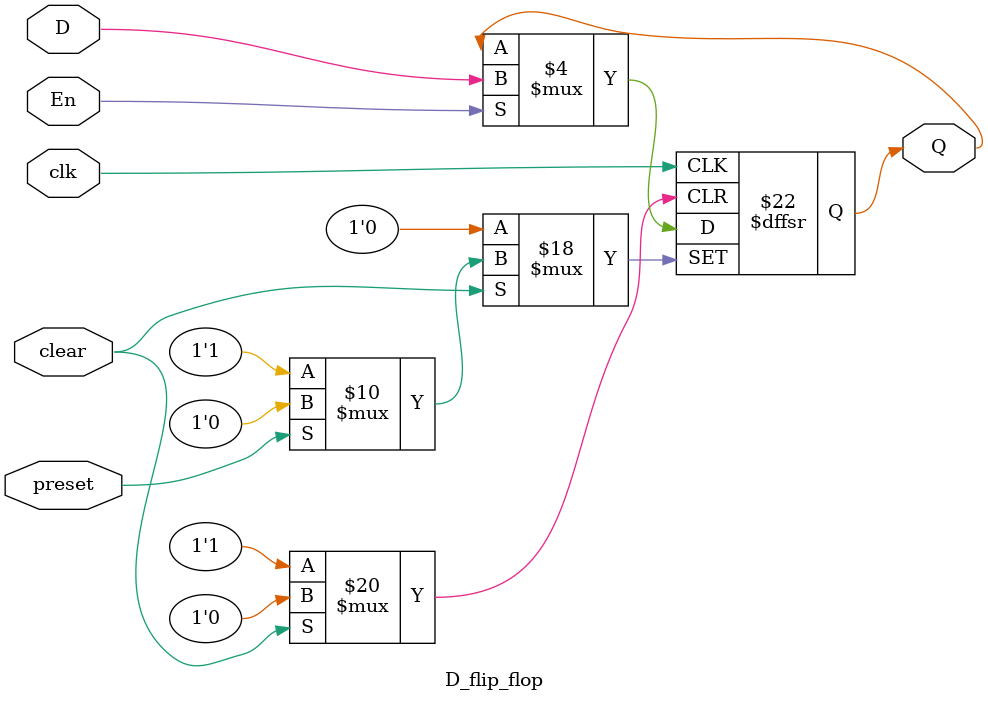
<source format=sv>
module D_flip_flop(
		input  logic D, clear, preset, clk, En,
		output logic Q
);

always_ff@(posedge clk, negedge clear, negedge preset) begin
		if(!clear)				Q  <=  0;
		else if(!preset)     Q  <=  1;
		else if(En)				Q  <=  D;
end
endmodule



</source>
